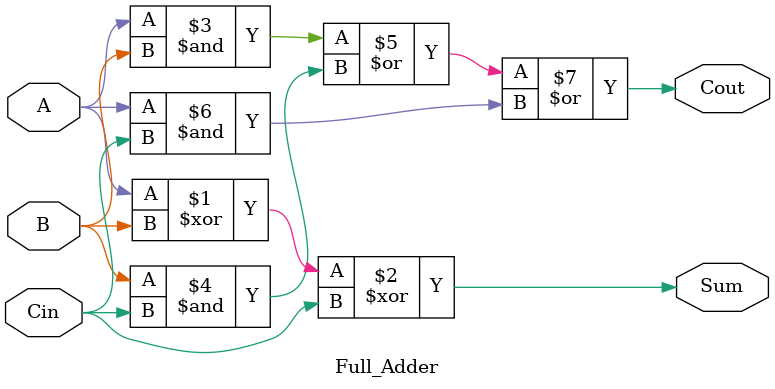
<source format=v>
module Full_Adder(
    input A,
    input B,
    input Cin,
    output Sum,
    output Cout
);
assign Sum  = A ^ B ^ Cin;
assign Cout = (A & B) | (B & Cin) | (A & Cin);

endmodule

</source>
